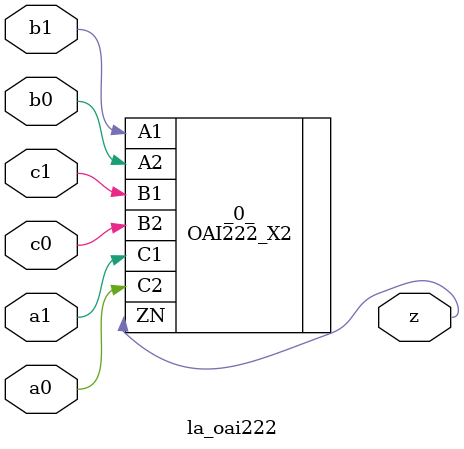
<source format=v>

/* Generated by Yosys 0.44 (git sha1 80ba43d26, g++ 11.4.0-1ubuntu1~22.04 -fPIC -O3) */

(* top =  1  *)
(* src = "inputs/la_oai222.v:10.1-24.10" *)
module la_oai222 (
    a0,
    a1,
    b0,
    b1,
    c0,
    c1,
    z
);
  (* src = "inputs/la_oai222.v:13.12-13.14" *)
  input a0;
  wire a0;
  (* src = "inputs/la_oai222.v:14.12-14.14" *)
  input a1;
  wire a1;
  (* src = "inputs/la_oai222.v:15.12-15.14" *)
  input b0;
  wire b0;
  (* src = "inputs/la_oai222.v:16.12-16.14" *)
  input b1;
  wire b1;
  (* src = "inputs/la_oai222.v:17.12-17.14" *)
  input c0;
  wire c0;
  (* src = "inputs/la_oai222.v:18.12-18.14" *)
  input c1;
  wire c1;
  (* src = "inputs/la_oai222.v:19.12-19.13" *)
  output z;
  wire z;
  OAI222_X2 _0_ (
      .A1(b1),
      .A2(b0),
      .B1(c1),
      .B2(c0),
      .C1(a1),
      .C2(a0),
      .ZN(z)
  );
endmodule

</source>
